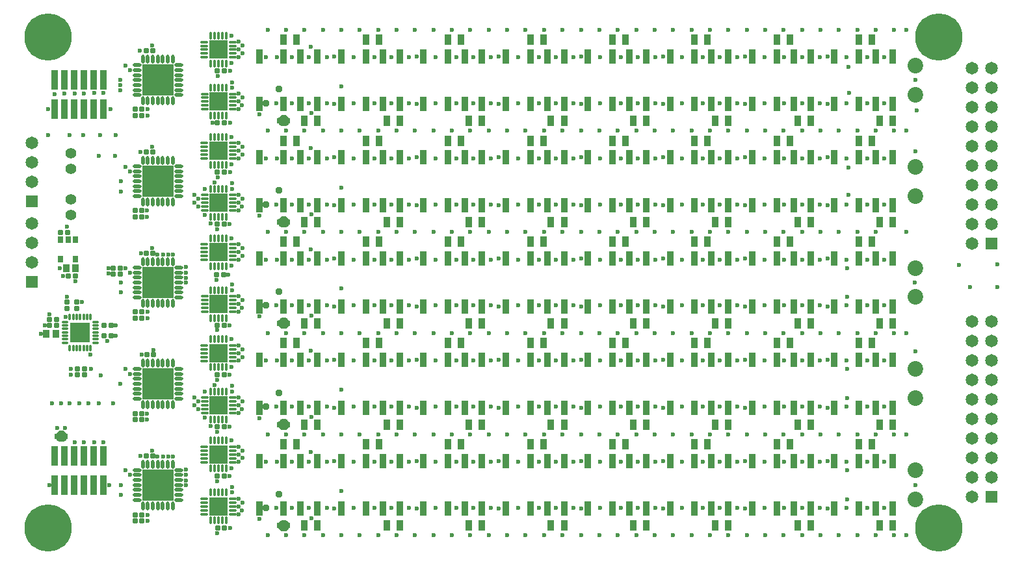
<source format=gts>
G04*
G04 #@! TF.GenerationSoftware,Altium Limited,Altium Designer,20.0.9 (164)*
G04*
G04 Layer_Color=8388736*
%FSLAX25Y25*%
%MOIN*%
G70*
G01*
G75*
%ADD33O,0.03543X0.01378*%
%ADD34O,0.01378X0.03543*%
%ADD35R,0.10433X0.10433*%
%ADD36R,0.03740X0.05709*%
%ADD37R,0.03091X0.03091*%
%ADD38R,0.03347X0.07284*%
%ADD39O,0.03937X0.01575*%
%ADD40O,0.01575X0.03937*%
%ADD41R,0.09646X0.09646*%
G04:AMPARAMS|DCode=42|XSize=26.38mil|YSize=27.95mil|CornerRadius=8.07mil|HoleSize=0mil|Usage=FLASHONLY|Rotation=180.000|XOffset=0mil|YOffset=0mil|HoleType=Round|Shape=RoundedRectangle|*
%AMROUNDEDRECTD42*
21,1,0.02638,0.01181,0,0,180.0*
21,1,0.01024,0.02795,0,0,180.0*
1,1,0.01614,-0.00512,0.00591*
1,1,0.01614,0.00512,0.00591*
1,1,0.01614,0.00512,-0.00591*
1,1,0.01614,-0.00512,-0.00591*
%
%ADD42ROUNDEDRECTD42*%
%ADD43R,0.16063X0.16063*%
%ADD44O,0.04528X0.01772*%
%ADD45O,0.01772X0.04528*%
G04:AMPARAMS|DCode=46|XSize=26.38mil|YSize=27.95mil|CornerRadius=8.07mil|HoleSize=0mil|Usage=FLASHONLY|Rotation=90.000|XOffset=0mil|YOffset=0mil|HoleType=Round|Shape=RoundedRectangle|*
%AMROUNDEDRECTD46*
21,1,0.02638,0.01181,0,0,90.0*
21,1,0.01024,0.02795,0,0,90.0*
1,1,0.01614,0.00591,0.00512*
1,1,0.01614,0.00591,-0.00512*
1,1,0.01614,-0.00591,-0.00512*
1,1,0.01614,-0.00591,0.00512*
%
%ADD46ROUNDEDRECTD46*%
%ADD47R,0.03583X0.10039*%
%ADD48R,0.02756X0.03740*%
%ADD49R,0.03425X0.04134*%
%ADD50R,0.03347X0.03937*%
%ADD51C,0.05591*%
%ADD52R,0.06496X0.06496*%
%ADD53C,0.06496*%
%ADD54C,0.07991*%
%ADD55C,0.02362*%
%ADD56C,0.03398*%
%ADD57C,0.24213*%
%ADD58C,0.03740*%
%ADD59C,0.02559*%
G36*
X133831Y80748D02*
X133842D01*
X133854Y80746D01*
X133865Y80745D01*
X133877Y80743D01*
X133888Y80741D01*
X133899Y80737D01*
X133911Y80734D01*
X133922Y80730D01*
X133932Y80726D01*
X134851Y80346D01*
X134862Y80340D01*
X134872Y80336D01*
X134882Y80330D01*
X134893Y80325D01*
X134902Y80318D01*
X134912Y80312D01*
X134921Y80304D01*
X134930Y80297D01*
X134939Y80289D01*
X134948Y80282D01*
X135651Y79578D01*
X135658Y79569D01*
X135667Y79561D01*
X135673Y79552D01*
X135681Y79543D01*
X135687Y79533D01*
X135694Y79524D01*
X135699Y79513D01*
X135705Y79503D01*
X135710Y79493D01*
X135715Y79482D01*
X136095Y78563D01*
X136099Y78552D01*
X136104Y78542D01*
X136106Y78530D01*
X136110Y78519D01*
X136112Y78508D01*
X136114Y78496D01*
X136115Y78485D01*
X136117Y78473D01*
Y78462D01*
X136118Y78450D01*
Y77953D01*
Y77456D01*
X136117Y77444D01*
Y77432D01*
X136115Y77421D01*
X136114Y77409D01*
X136112Y77398D01*
X136110Y77386D01*
X136106Y77375D01*
X136104Y77364D01*
X136099Y77353D01*
X136095Y77342D01*
X135715Y76423D01*
X135710Y76413D01*
X135705Y76402D01*
X135699Y76392D01*
X135694Y76382D01*
X135687Y76372D01*
X135681Y76363D01*
X135673Y76354D01*
X135667Y76344D01*
X135658Y76336D01*
X135651Y76327D01*
X134948Y75624D01*
X134939Y75616D01*
X134930Y75608D01*
X134921Y75601D01*
X134912Y75594D01*
X134902Y75588D01*
X134893Y75581D01*
X134882Y75576D01*
X134872Y75569D01*
X134862Y75565D01*
X134851Y75560D01*
X133932Y75179D01*
X133922Y75175D01*
X133911Y75171D01*
X133899Y75168D01*
X133888Y75165D01*
X133877Y75163D01*
X133865Y75160D01*
X133854Y75159D01*
X133842Y75157D01*
X133831D01*
X133819Y75157D01*
X133322D01*
X133276Y75160D01*
X133230Y75171D01*
X133187Y75189D01*
X133148Y75213D01*
X133112Y75243D01*
X133082Y75279D01*
X133071Y75297D01*
X133060Y75279D01*
X133029Y75243D01*
X132994Y75213D01*
X132954Y75189D01*
X132911Y75171D01*
X132866Y75160D01*
X132820Y75157D01*
X132323D01*
X132311Y75157D01*
X132299D01*
X132288Y75159D01*
X132276Y75160D01*
X132265Y75163D01*
X132253Y75165D01*
X132242Y75168D01*
X132231Y75171D01*
X132220Y75175D01*
X132209Y75179D01*
X131290Y75560D01*
X131280Y75565D01*
X131269Y75569D01*
X131259Y75576D01*
X131249Y75581D01*
X131240Y75588D01*
X131230Y75594D01*
X131221Y75601D01*
X131211Y75608D01*
X131203Y75616D01*
X131194Y75624D01*
X130491Y76327D01*
X130483Y76336D01*
X130475Y76344D01*
X130468Y76354D01*
X130461Y76363D01*
X130455Y76372D01*
X130448Y76382D01*
X130443Y76392D01*
X130437Y76402D01*
X130432Y76413D01*
X130427Y76423D01*
X130046Y77342D01*
X130043Y77353D01*
X130038Y77364D01*
X130035Y77375D01*
X130032Y77386D01*
X130030Y77398D01*
X130027Y77409D01*
X130026Y77421D01*
X130025Y77432D01*
Y77444D01*
X130024Y77456D01*
Y77953D01*
Y78450D01*
X130025Y78462D01*
Y78473D01*
X130026Y78485D01*
X130027Y78496D01*
X130030Y78508D01*
X130032Y78519D01*
X130035Y78530D01*
X130038Y78542D01*
X130043Y78552D01*
X130046Y78563D01*
X130427Y79482D01*
X130432Y79493D01*
X130437Y79503D01*
X130443Y79513D01*
X130448Y79524D01*
X130455Y79533D01*
X130461Y79543D01*
X130468Y79552D01*
X130475Y79561D01*
X130483Y79569D01*
X130491Y79578D01*
X131194Y80282D01*
X131203Y80289D01*
X131211Y80297D01*
X131221Y80304D01*
X131230Y80312D01*
X131240Y80318D01*
X131249Y80325D01*
X131259Y80330D01*
X131269Y80336D01*
X131280Y80340D01*
X131290Y80346D01*
X132209Y80726D01*
X132220Y80730D01*
X132231Y80734D01*
X132242Y80737D01*
X132253Y80741D01*
X132265Y80743D01*
X132276Y80745D01*
X132288Y80746D01*
X132299Y80748D01*
X132311D01*
X132323Y80749D01*
X132820D01*
X132866Y80745D01*
X132911Y80734D01*
X132954Y80717D01*
X132994Y80692D01*
X133029Y80662D01*
X133060Y80627D01*
X133071Y80608D01*
X133082Y80627D01*
X133112Y80662D01*
X133148Y80692D01*
X133187Y80717D01*
X133230Y80734D01*
X133276Y80745D01*
X133322Y80749D01*
X133819D01*
X133831Y80748D01*
D02*
G37*
G36*
X19854Y74646D02*
X19866D01*
X19877Y74644D01*
X19889Y74643D01*
X19900Y74640D01*
X19912Y74638D01*
X19923Y74635D01*
X19934Y74632D01*
X19945Y74628D01*
X19956Y74624D01*
X20875Y74243D01*
X20885Y74238D01*
X20896Y74234D01*
X20906Y74228D01*
X20916Y74222D01*
X20926Y74216D01*
X20936Y74209D01*
X20945Y74202D01*
X20954Y74195D01*
X20962Y74187D01*
X20971Y74179D01*
X21674Y73476D01*
X21682Y73467D01*
X21690Y73459D01*
X21697Y73449D01*
X21704Y73441D01*
X21711Y73431D01*
X21717Y73421D01*
X21723Y73411D01*
X21729Y73401D01*
X21733Y73390D01*
X21738Y73380D01*
X22119Y72461D01*
X22123Y72450D01*
X22127Y72439D01*
X22130Y72428D01*
X22133Y72417D01*
X22135Y72405D01*
X22138Y72394D01*
X22139Y72382D01*
X22141Y72371D01*
Y72359D01*
X22142Y72348D01*
Y71850D01*
Y71353D01*
X22141Y71341D01*
Y71330D01*
X22139Y71318D01*
X22138Y71307D01*
X22135Y71295D01*
X22133Y71284D01*
X22130Y71273D01*
X22127Y71262D01*
X22123Y71251D01*
X22119Y71240D01*
X21738Y70321D01*
X21733Y70311D01*
X21729Y70300D01*
X21723Y70290D01*
X21717Y70280D01*
X21711Y70270D01*
X21704Y70260D01*
X21697Y70251D01*
X21690Y70242D01*
X21682Y70234D01*
X21674Y70225D01*
X20971Y69522D01*
X20962Y69514D01*
X20954Y69506D01*
X20945Y69499D01*
X20936Y69491D01*
X20926Y69485D01*
X20916Y69478D01*
X20906Y69473D01*
X20896Y69467D01*
X20885Y69463D01*
X20875Y69457D01*
X19956Y69077D01*
X19945Y69073D01*
X19934Y69069D01*
X19923Y69066D01*
X19912Y69062D01*
X19900Y69061D01*
X19889Y69058D01*
X19877Y69057D01*
X19866Y69055D01*
X19854D01*
X19843Y69054D01*
X19345D01*
X19299Y69058D01*
X19254Y69069D01*
X19211Y69086D01*
X19171Y69111D01*
X19136Y69141D01*
X19106Y69176D01*
X19094Y69195D01*
X19083Y69176D01*
X19053Y69141D01*
X19018Y69111D01*
X18978Y69086D01*
X18935Y69069D01*
X18890Y69058D01*
X18844Y69054D01*
X18346D01*
X18335Y69055D01*
X18323D01*
X18311Y69057D01*
X18300Y69058D01*
X18289Y69061D01*
X18277Y69062D01*
X18266Y69066D01*
X18255Y69069D01*
X18244Y69073D01*
X18233Y69077D01*
X17314Y69457D01*
X17304Y69463D01*
X17293Y69467D01*
X17283Y69473D01*
X17273Y69478D01*
X17263Y69485D01*
X17253Y69491D01*
X17244Y69499D01*
X17235Y69506D01*
X17227Y69514D01*
X17218Y69522D01*
X16515Y70225D01*
X16507Y70234D01*
X16499Y70242D01*
X16492Y70251D01*
X16485Y70260D01*
X16478Y70270D01*
X16472Y70280D01*
X16466Y70290D01*
X16460Y70300D01*
X16456Y70311D01*
X16450Y70321D01*
X16070Y71240D01*
X16066Y71251D01*
X16062Y71262D01*
X16059Y71273D01*
X16056Y71284D01*
X16054Y71295D01*
X16051Y71307D01*
X16050Y71318D01*
X16048Y71330D01*
Y71341D01*
X16047Y71353D01*
Y71850D01*
Y72348D01*
X16048Y72359D01*
Y72371D01*
X16050Y72382D01*
X16051Y72394D01*
X16054Y72405D01*
X16056Y72417D01*
X16059Y72428D01*
X16062Y72439D01*
X16066Y72450D01*
X16070Y72461D01*
X16450Y73380D01*
X16456Y73390D01*
X16460Y73401D01*
X16466Y73411D01*
X16472Y73421D01*
X16478Y73431D01*
X16485Y73441D01*
X16492Y73449D01*
X16499Y73459D01*
X16507Y73467D01*
X16515Y73476D01*
X17218Y74179D01*
X17227Y74187D01*
X17235Y74195D01*
X17244Y74202D01*
X17253Y74209D01*
X17263Y74216D01*
X17273Y74222D01*
X17283Y74228D01*
X17293Y74234D01*
X17304Y74238D01*
X17314Y74243D01*
X18233Y74624D01*
X18244Y74628D01*
X18255Y74632D01*
X18266Y74635D01*
X18277Y74638D01*
X18289Y74640D01*
X18300Y74643D01*
X18312Y74644D01*
X18323Y74646D01*
X18335D01*
X18346Y74647D01*
X18844D01*
X18890Y74643D01*
X18935Y74632D01*
X18978Y74614D01*
X19018Y74590D01*
X19053Y74560D01*
X19083Y74524D01*
X19094Y74506D01*
X19106Y74524D01*
X19136Y74560D01*
X19171Y74590D01*
X19211Y74614D01*
X19254Y74632D01*
X19299Y74643D01*
X19345Y74647D01*
X19843D01*
X19854Y74646D01*
D02*
G37*
G36*
X133831Y28780D02*
X133842D01*
X133854Y28778D01*
X133865Y28777D01*
X133877Y28774D01*
X133888Y28772D01*
X133899Y28769D01*
X133911Y28766D01*
X133922Y28762D01*
X133932Y28758D01*
X134851Y28377D01*
X134862Y28372D01*
X134872Y28367D01*
X134882Y28361D01*
X134893Y28356D01*
X134902Y28349D01*
X134912Y28343D01*
X134921Y28336D01*
X134930Y28329D01*
X134939Y28321D01*
X134948Y28313D01*
X135651Y27610D01*
X135658Y27601D01*
X135667Y27593D01*
X135673Y27583D01*
X135681Y27575D01*
X135687Y27564D01*
X135694Y27555D01*
X135699Y27545D01*
X135705Y27535D01*
X135710Y27524D01*
X135715Y27514D01*
X136095Y26595D01*
X136099Y26584D01*
X136104Y26573D01*
X136106Y26562D01*
X136110Y26551D01*
X136112Y26539D01*
X136114Y26528D01*
X136115Y26516D01*
X136117Y26505D01*
Y26493D01*
X136118Y26482D01*
Y25984D01*
Y25487D01*
X136117Y25475D01*
Y25464D01*
X136115Y25452D01*
X136114Y25441D01*
X136112Y25429D01*
X136110Y25418D01*
X136106Y25407D01*
X136104Y25395D01*
X136099Y25385D01*
X136095Y25374D01*
X135715Y24455D01*
X135710Y24444D01*
X135705Y24434D01*
X135699Y24424D01*
X135694Y24413D01*
X135687Y24404D01*
X135681Y24394D01*
X135673Y24385D01*
X135667Y24376D01*
X135658Y24368D01*
X135651Y24359D01*
X134948Y23655D01*
X134939Y23648D01*
X134930Y23640D01*
X134921Y23633D01*
X134912Y23625D01*
X134902Y23619D01*
X134893Y23612D01*
X134882Y23607D01*
X134872Y23601D01*
X134862Y23596D01*
X134851Y23591D01*
X133932Y23211D01*
X133922Y23207D01*
X133911Y23203D01*
X133899Y23200D01*
X133888Y23196D01*
X133877Y23194D01*
X133865Y23192D01*
X133854Y23191D01*
X133842Y23189D01*
X133831D01*
X133819Y23188D01*
X133322D01*
X133276Y23192D01*
X133230Y23203D01*
X133187Y23220D01*
X133148Y23245D01*
X133112Y23275D01*
X133082Y23310D01*
X133071Y23329D01*
X133060Y23310D01*
X133029Y23275D01*
X132994Y23245D01*
X132954Y23220D01*
X132911Y23203D01*
X132866Y23192D01*
X132820Y23188D01*
X132323D01*
X132311Y23189D01*
X132299D01*
X132288Y23191D01*
X132276Y23192D01*
X132265Y23194D01*
X132253Y23196D01*
X132242Y23200D01*
X132231Y23203D01*
X132220Y23207D01*
X132209Y23211D01*
X131290Y23591D01*
X131280Y23596D01*
X131269Y23601D01*
X131259Y23607D01*
X131249Y23612D01*
X131240Y23619D01*
X131230Y23625D01*
X131221Y23633D01*
X131211Y23640D01*
X131203Y23648D01*
X131194Y23655D01*
X130491Y24359D01*
X130483Y24368D01*
X130475Y24376D01*
X130468Y24385D01*
X130461Y24394D01*
X130455Y24404D01*
X130448Y24413D01*
X130443Y24424D01*
X130437Y24434D01*
X130432Y24444D01*
X130427Y24455D01*
X130046Y25374D01*
X130043Y25385D01*
X130038Y25395D01*
X130035Y25407D01*
X130032Y25418D01*
X130030Y25429D01*
X130027Y25441D01*
X130026Y25452D01*
X130025Y25464D01*
Y25475D01*
X130024Y25487D01*
Y25984D01*
Y26482D01*
X130025Y26493D01*
Y26505D01*
X130026Y26516D01*
X130027Y26528D01*
X130030Y26539D01*
X130032Y26551D01*
X130035Y26562D01*
X130038Y26573D01*
X130043Y26584D01*
X130046Y26595D01*
X130427Y27514D01*
X130432Y27524D01*
X130437Y27535D01*
X130443Y27545D01*
X130448Y27555D01*
X130455Y27564D01*
X130461Y27575D01*
X130468Y27583D01*
X130475Y27593D01*
X130483Y27601D01*
X130491Y27610D01*
X131194Y28313D01*
X131203Y28321D01*
X131211Y28329D01*
X131221Y28336D01*
X131230Y28343D01*
X131240Y28349D01*
X131249Y28356D01*
X131259Y28361D01*
X131269Y28367D01*
X131280Y28372D01*
X131290Y28377D01*
X132209Y28758D01*
X132220Y28762D01*
X132231Y28766D01*
X132242Y28769D01*
X132253Y28772D01*
X132265Y28774D01*
X132276Y28777D01*
X132288Y28778D01*
X132299Y28780D01*
X132311D01*
X132323Y28780D01*
X132820D01*
X132866Y28777D01*
X132911Y28766D01*
X132954Y28748D01*
X132994Y28724D01*
X133029Y28694D01*
X133060Y28658D01*
X133071Y28640D01*
X133082Y28658D01*
X133112Y28694D01*
X133148Y28724D01*
X133187Y28748D01*
X133230Y28766D01*
X133276Y28777D01*
X133322Y28780D01*
X133819D01*
X133831Y28780D01*
D02*
G37*
G36*
Y236653D02*
X133842D01*
X133854Y236652D01*
X133865Y236651D01*
X133877Y236648D01*
X133888Y236646D01*
X133899Y236643D01*
X133911Y236640D01*
X133922Y236635D01*
X133932Y236632D01*
X134851Y236251D01*
X134862Y236246D01*
X134872Y236242D01*
X134882Y236235D01*
X134893Y236230D01*
X134902Y236223D01*
X134912Y236217D01*
X134921Y236210D01*
X134930Y236203D01*
X134939Y236195D01*
X134948Y236187D01*
X135651Y235484D01*
X135658Y235475D01*
X135667Y235467D01*
X135673Y235457D01*
X135681Y235449D01*
X135687Y235438D01*
X135694Y235429D01*
X135699Y235419D01*
X135705Y235409D01*
X135710Y235398D01*
X135715Y235388D01*
X136095Y234469D01*
X136099Y234458D01*
X136104Y234447D01*
X136106Y234436D01*
X136110Y234425D01*
X136112Y234413D01*
X136114Y234402D01*
X136115Y234390D01*
X136117Y234379D01*
Y234367D01*
X136118Y234355D01*
Y233858D01*
Y233361D01*
X136117Y233349D01*
Y233338D01*
X136115Y233326D01*
X136114Y233315D01*
X136112Y233303D01*
X136110Y233292D01*
X136106Y233281D01*
X136104Y233269D01*
X136099Y233259D01*
X136095Y233248D01*
X135715Y232329D01*
X135710Y232318D01*
X135705Y232308D01*
X135699Y232298D01*
X135694Y232287D01*
X135687Y232278D01*
X135681Y232268D01*
X135673Y232259D01*
X135667Y232250D01*
X135658Y232242D01*
X135651Y232233D01*
X134948Y231529D01*
X134939Y231522D01*
X134930Y231514D01*
X134921Y231507D01*
X134912Y231499D01*
X134902Y231493D01*
X134893Y231486D01*
X134882Y231481D01*
X134872Y231475D01*
X134862Y231470D01*
X134851Y231465D01*
X133932Y231085D01*
X133922Y231081D01*
X133911Y231077D01*
X133899Y231074D01*
X133888Y231070D01*
X133877Y231068D01*
X133865Y231066D01*
X133854Y231065D01*
X133842Y231063D01*
X133831D01*
X133819Y231062D01*
X133322D01*
X133276Y231066D01*
X133230Y231077D01*
X133187Y231094D01*
X133148Y231119D01*
X133112Y231149D01*
X133082Y231184D01*
X133071Y231203D01*
X133060Y231184D01*
X133029Y231149D01*
X132994Y231119D01*
X132954Y231094D01*
X132911Y231077D01*
X132866Y231066D01*
X132820Y231062D01*
X132323D01*
X132311Y231063D01*
X132299D01*
X132288Y231065D01*
X132276Y231066D01*
X132265Y231068D01*
X132253Y231070D01*
X132242Y231074D01*
X132231Y231077D01*
X132220Y231081D01*
X132209Y231085D01*
X131290Y231465D01*
X131280Y231470D01*
X131269Y231475D01*
X131259Y231481D01*
X131249Y231486D01*
X131240Y231493D01*
X131230Y231499D01*
X131221Y231507D01*
X131211Y231514D01*
X131203Y231522D01*
X131194Y231529D01*
X130491Y232233D01*
X130483Y232242D01*
X130475Y232250D01*
X130468Y232259D01*
X130461Y232268D01*
X130455Y232278D01*
X130448Y232287D01*
X130443Y232298D01*
X130437Y232308D01*
X130432Y232318D01*
X130427Y232329D01*
X130046Y233248D01*
X130043Y233259D01*
X130038Y233269D01*
X130035Y233281D01*
X130032Y233292D01*
X130030Y233303D01*
X130027Y233315D01*
X130026Y233326D01*
X130025Y233338D01*
Y233349D01*
X130024Y233361D01*
Y233858D01*
Y234355D01*
X130025Y234367D01*
Y234379D01*
X130026Y234390D01*
X130027Y234402D01*
X130030Y234413D01*
X130032Y234425D01*
X130035Y234436D01*
X130038Y234447D01*
X130043Y234458D01*
X130046Y234469D01*
X130427Y235388D01*
X130432Y235398D01*
X130437Y235409D01*
X130443Y235419D01*
X130448Y235429D01*
X130455Y235438D01*
X130461Y235449D01*
X130468Y235457D01*
X130475Y235467D01*
X130483Y235475D01*
X130491Y235484D01*
X131194Y236187D01*
X131203Y236195D01*
X131211Y236203D01*
X131221Y236210D01*
X131230Y236217D01*
X131240Y236223D01*
X131249Y236230D01*
X131259Y236235D01*
X131269Y236242D01*
X131280Y236246D01*
X131290Y236251D01*
X132209Y236632D01*
X132220Y236635D01*
X132231Y236640D01*
X132242Y236643D01*
X132253Y236646D01*
X132265Y236648D01*
X132276Y236651D01*
X132288Y236652D01*
X132299Y236653D01*
X132311D01*
X132323Y236654D01*
X132820D01*
X132866Y236651D01*
X132911Y236640D01*
X132954Y236622D01*
X132994Y236598D01*
X133029Y236568D01*
X133060Y236532D01*
X133071Y236514D01*
X133082Y236532D01*
X133112Y236568D01*
X133148Y236598D01*
X133187Y236622D01*
X133230Y236640D01*
X133276Y236651D01*
X133322Y236654D01*
X133819D01*
X133831Y236653D01*
D02*
G37*
G36*
X133831Y184685D02*
X133842D01*
X133854Y184683D01*
X133865Y184682D01*
X133877Y184680D01*
X133888Y184678D01*
X133899Y184674D01*
X133911Y184671D01*
X133922Y184667D01*
X133932Y184663D01*
X134851Y184283D01*
X134862Y184277D01*
X134872Y184273D01*
X134882Y184267D01*
X134893Y184262D01*
X134902Y184255D01*
X134912Y184249D01*
X134921Y184241D01*
X134930Y184234D01*
X134939Y184226D01*
X134948Y184219D01*
X135651Y183515D01*
X135658Y183506D01*
X135667Y183498D01*
X135673Y183489D01*
X135681Y183480D01*
X135687Y183470D01*
X135694Y183461D01*
X135699Y183450D01*
X135705Y183440D01*
X135710Y183430D01*
X135715Y183419D01*
X136095Y182500D01*
X136099Y182489D01*
X136104Y182479D01*
X136106Y182467D01*
X136110Y182456D01*
X136112Y182445D01*
X136114Y182433D01*
X136115Y182422D01*
X136117Y182410D01*
Y182399D01*
X136118Y182387D01*
Y181890D01*
Y181393D01*
X136117Y181381D01*
Y181369D01*
X136115Y181358D01*
X136114Y181346D01*
X136112Y181335D01*
X136110Y181323D01*
X136106Y181312D01*
X136104Y181301D01*
X136099Y181290D01*
X136095Y181279D01*
X135715Y180360D01*
X135710Y180350D01*
X135705Y180339D01*
X135699Y180329D01*
X135694Y180319D01*
X135687Y180309D01*
X135681Y180299D01*
X135673Y180291D01*
X135667Y180281D01*
X135658Y180273D01*
X135651Y180264D01*
X134948Y179561D01*
X134939Y179553D01*
X134930Y179545D01*
X134921Y179538D01*
X134912Y179531D01*
X134902Y179525D01*
X134893Y179518D01*
X134882Y179513D01*
X134872Y179507D01*
X134862Y179502D01*
X134851Y179497D01*
X133932Y179116D01*
X133922Y179113D01*
X133911Y179108D01*
X133899Y179105D01*
X133888Y179102D01*
X133877Y179100D01*
X133865Y179097D01*
X133854Y179096D01*
X133842Y179095D01*
X133831D01*
X133819Y179094D01*
X133322D01*
X133276Y179097D01*
X133230Y179108D01*
X133187Y179126D01*
X133148Y179150D01*
X133113Y179180D01*
X133082Y179216D01*
X133071Y179234D01*
X133060Y179216D01*
X133029Y179180D01*
X132994Y179150D01*
X132954Y179126D01*
X132911Y179108D01*
X132866Y179097D01*
X132820Y179094D01*
X132323D01*
X132311Y179095D01*
X132299D01*
X132288Y179096D01*
X132276Y179097D01*
X132265Y179100D01*
X132253Y179102D01*
X132242Y179105D01*
X132231Y179108D01*
X132220Y179113D01*
X132209Y179116D01*
X131290Y179497D01*
X131280Y179502D01*
X131269Y179507D01*
X131259Y179513D01*
X131249Y179518D01*
X131240Y179525D01*
X131230Y179531D01*
X131221Y179538D01*
X131211Y179545D01*
X131203Y179553D01*
X131194Y179561D01*
X130491Y180264D01*
X130483Y180273D01*
X130475Y180281D01*
X130468Y180291D01*
X130461Y180299D01*
X130455Y180309D01*
X130448Y180319D01*
X130443Y180329D01*
X130437Y180339D01*
X130432Y180350D01*
X130427Y180360D01*
X130046Y181279D01*
X130043Y181290D01*
X130038Y181301D01*
X130035Y181312D01*
X130032Y181323D01*
X130030Y181335D01*
X130027Y181346D01*
X130026Y181358D01*
X130025Y181369D01*
Y181381D01*
X130024Y181393D01*
Y181890D01*
Y182387D01*
X130025Y182399D01*
Y182410D01*
X130026Y182422D01*
X130027Y182433D01*
X130030Y182445D01*
X130032Y182456D01*
X130035Y182467D01*
X130038Y182479D01*
X130043Y182489D01*
X130046Y182500D01*
X130427Y183419D01*
X130432Y183430D01*
X130437Y183440D01*
X130443Y183450D01*
X130448Y183461D01*
X130455Y183470D01*
X130461Y183480D01*
X130468Y183489D01*
X130475Y183498D01*
X130483Y183506D01*
X130491Y183515D01*
X131194Y184219D01*
X131203Y184226D01*
X131211Y184234D01*
X131221Y184241D01*
X131230Y184249D01*
X131240Y184255D01*
X131249Y184262D01*
X131259Y184267D01*
X131269Y184273D01*
X131280Y184277D01*
X131290Y184283D01*
X132209Y184663D01*
X132220Y184667D01*
X132231Y184671D01*
X132242Y184674D01*
X132253Y184678D01*
X132265Y184680D01*
X132276Y184682D01*
X132288Y184683D01*
X132299Y184685D01*
X132311D01*
X132323Y184686D01*
X132820D01*
X132866Y184682D01*
X132911Y184671D01*
X132954Y184654D01*
X132994Y184629D01*
X133029Y184599D01*
X133060Y184564D01*
X133071Y184545D01*
X133082Y184564D01*
X133113Y184599D01*
X133148Y184629D01*
X133187Y184654D01*
X133230Y184671D01*
X133276Y184682D01*
X133322Y184686D01*
X133819D01*
X133831Y184685D01*
D02*
G37*
G36*
X133831Y132717D02*
X133842D01*
X133854Y132715D01*
X133865Y132714D01*
X133877Y132711D01*
X133888Y132709D01*
X133899Y132706D01*
X133911Y132703D01*
X133922Y132699D01*
X133932Y132695D01*
X134851Y132314D01*
X134862Y132309D01*
X134872Y132305D01*
X134882Y132299D01*
X134893Y132293D01*
X134902Y132286D01*
X134912Y132280D01*
X134921Y132273D01*
X134930Y132266D01*
X134939Y132258D01*
X134948Y132250D01*
X135651Y131547D01*
X135658Y131538D01*
X135667Y131530D01*
X135673Y131520D01*
X135681Y131511D01*
X135687Y131501D01*
X135694Y131492D01*
X135699Y131482D01*
X135705Y131472D01*
X135710Y131461D01*
X135715Y131451D01*
X136095Y130532D01*
X136099Y130521D01*
X136104Y130510D01*
X136106Y130499D01*
X136110Y130488D01*
X136112Y130476D01*
X136114Y130465D01*
X136115Y130453D01*
X136117Y130442D01*
Y130430D01*
X136118Y130419D01*
Y129921D01*
Y129424D01*
X136117Y129412D01*
Y129401D01*
X136115Y129389D01*
X136114Y129378D01*
X136112Y129366D01*
X136110Y129355D01*
X136106Y129344D01*
X136104Y129332D01*
X136099Y129322D01*
X136095Y129311D01*
X135715Y128392D01*
X135710Y128381D01*
X135705Y128371D01*
X135699Y128361D01*
X135694Y128350D01*
X135687Y128341D01*
X135681Y128331D01*
X135673Y128322D01*
X135667Y128313D01*
X135658Y128305D01*
X135651Y128296D01*
X134948Y127592D01*
X134939Y127585D01*
X134930Y127577D01*
X134921Y127570D01*
X134912Y127562D01*
X134902Y127556D01*
X134893Y127549D01*
X134882Y127544D01*
X134872Y127538D01*
X134862Y127533D01*
X134851Y127528D01*
X133932Y127148D01*
X133922Y127144D01*
X133911Y127140D01*
X133899Y127137D01*
X133888Y127133D01*
X133877Y127131D01*
X133865Y127129D01*
X133854Y127128D01*
X133842Y127126D01*
X133831D01*
X133819Y127125D01*
X133322D01*
X133276Y127129D01*
X133230Y127140D01*
X133187Y127157D01*
X133148Y127182D01*
X133112Y127212D01*
X133082Y127247D01*
X133071Y127266D01*
X133060Y127247D01*
X133029Y127212D01*
X132994Y127182D01*
X132954Y127157D01*
X132911Y127140D01*
X132866Y127129D01*
X132820Y127125D01*
X132323D01*
X132311Y127126D01*
X132299D01*
X132288Y127128D01*
X132276Y127129D01*
X132265Y127131D01*
X132253Y127133D01*
X132242Y127137D01*
X132231Y127140D01*
X132220Y127144D01*
X132209Y127148D01*
X131290Y127528D01*
X131280Y127533D01*
X131269Y127538D01*
X131259Y127544D01*
X131249Y127549D01*
X131240Y127556D01*
X131230Y127562D01*
X131221Y127570D01*
X131211Y127577D01*
X131203Y127585D01*
X131194Y127592D01*
X130491Y128296D01*
X130483Y128305D01*
X130475Y128313D01*
X130468Y128322D01*
X130461Y128331D01*
X130455Y128341D01*
X130448Y128350D01*
X130443Y128361D01*
X130437Y128371D01*
X130432Y128382D01*
X130427Y128392D01*
X130046Y129311D01*
X130043Y129322D01*
X130038Y129332D01*
X130035Y129344D01*
X130032Y129355D01*
X130030Y129366D01*
X130027Y129378D01*
X130026Y129389D01*
X130025Y129401D01*
Y129412D01*
X130024Y129424D01*
Y129921D01*
Y130419D01*
X130025Y130430D01*
Y130442D01*
X130026Y130453D01*
X130027Y130465D01*
X130030Y130476D01*
X130032Y130488D01*
X130035Y130499D01*
X130038Y130510D01*
X130043Y130521D01*
X130046Y130532D01*
X130427Y131451D01*
X130432Y131461D01*
X130437Y131472D01*
X130443Y131482D01*
X130448Y131492D01*
X130455Y131501D01*
X130461Y131511D01*
X130468Y131520D01*
X130475Y131530D01*
X130483Y131538D01*
X130491Y131547D01*
X131194Y132250D01*
X131203Y132258D01*
X131211Y132266D01*
X131221Y132273D01*
X131230Y132280D01*
X131240Y132286D01*
X131249Y132293D01*
X131259Y132299D01*
X131269Y132305D01*
X131280Y132309D01*
X131290Y132314D01*
X132209Y132695D01*
X132220Y132699D01*
X132231Y132703D01*
X132242Y132706D01*
X132253Y132709D01*
X132265Y132711D01*
X132276Y132714D01*
X132288Y132715D01*
X132299Y132717D01*
X132311D01*
X132323Y132718D01*
X132820D01*
X132866Y132714D01*
X132911Y132703D01*
X132954Y132685D01*
X132994Y132661D01*
X133029Y132631D01*
X133060Y132595D01*
X133071Y132577D01*
X133082Y132595D01*
X133112Y132631D01*
X133148Y132661D01*
X133187Y132685D01*
X133230Y132703D01*
X133276Y132714D01*
X133322Y132718D01*
X133819D01*
X133831Y132717D01*
D02*
G37*
D33*
X36713Y119882D02*
D03*
Y121653D02*
D03*
Y123425D02*
D03*
X36713Y125197D02*
D03*
X36713Y126969D02*
D03*
Y128740D02*
D03*
Y130512D02*
D03*
X20768D02*
D03*
Y128740D02*
D03*
Y126969D02*
D03*
X20768Y125197D02*
D03*
X20768Y123425D02*
D03*
Y121653D02*
D03*
Y119882D02*
D03*
D34*
X34055Y133169D02*
D03*
X32283D02*
D03*
X30512D02*
D03*
X28740Y133169D02*
D03*
X26969Y133169D02*
D03*
X25197D02*
D03*
X23425D02*
D03*
Y117224D02*
D03*
X25197D02*
D03*
X26969D02*
D03*
X28740Y117224D02*
D03*
X30512Y117224D02*
D03*
X32283D02*
D03*
X34055D02*
D03*
D35*
X28740Y125197D02*
D03*
D36*
X143701Y233858D02*
D03*
X150394D02*
D03*
X185827D02*
D03*
X192520D02*
D03*
X227953D02*
D03*
X234646D02*
D03*
X270079D02*
D03*
X276772D02*
D03*
X312205D02*
D03*
X318898D02*
D03*
X354331D02*
D03*
X361024D02*
D03*
X396457D02*
D03*
X403150D02*
D03*
X438583D02*
D03*
X445276D02*
D03*
X133071Y275590D02*
D03*
X139764D02*
D03*
X175197D02*
D03*
X181890D02*
D03*
X217323D02*
D03*
X224016D02*
D03*
X259449D02*
D03*
X266142D02*
D03*
X301575D02*
D03*
X308268D02*
D03*
X343701D02*
D03*
X350394D02*
D03*
X385827D02*
D03*
X392520D02*
D03*
X427953D02*
D03*
X434646D02*
D03*
X143701Y181890D02*
D03*
X150394D02*
D03*
X185827D02*
D03*
X192520D02*
D03*
X227953D02*
D03*
X234646D02*
D03*
X270079D02*
D03*
X276772D02*
D03*
X312205D02*
D03*
X318898D02*
D03*
X354331D02*
D03*
X361024D02*
D03*
X396457D02*
D03*
X403150D02*
D03*
X438583D02*
D03*
X445276D02*
D03*
X133071Y223622D02*
D03*
X139764D02*
D03*
X175197D02*
D03*
X181890D02*
D03*
X217323D02*
D03*
X224016D02*
D03*
X259449D02*
D03*
X266142D02*
D03*
X301575D02*
D03*
X308268D02*
D03*
X343701D02*
D03*
X350394D02*
D03*
X385827D02*
D03*
X392520D02*
D03*
X427953D02*
D03*
X434646D02*
D03*
X143701Y129921D02*
D03*
X150394D02*
D03*
X185827D02*
D03*
X192520D02*
D03*
X227953D02*
D03*
X234646D02*
D03*
X270079D02*
D03*
X276772D02*
D03*
X312205D02*
D03*
X318898D02*
D03*
X354331D02*
D03*
X361024D02*
D03*
X396457D02*
D03*
X403150D02*
D03*
X438583D02*
D03*
X445276D02*
D03*
X133071Y171653D02*
D03*
X139764D02*
D03*
X175197D02*
D03*
X181890D02*
D03*
X217323D02*
D03*
X224016D02*
D03*
X259449D02*
D03*
X266142D02*
D03*
X301575D02*
D03*
X308268D02*
D03*
X343701D02*
D03*
X350394D02*
D03*
X385827D02*
D03*
X392520D02*
D03*
X427953D02*
D03*
X434646D02*
D03*
X143701Y77953D02*
D03*
X150394D02*
D03*
X185827D02*
D03*
X192520D02*
D03*
X227953D02*
D03*
X234646D02*
D03*
X270079D02*
D03*
X276772D02*
D03*
X312205D02*
D03*
X318898D02*
D03*
X354331D02*
D03*
X361024D02*
D03*
X396457D02*
D03*
X403150D02*
D03*
X438583D02*
D03*
X445276D02*
D03*
X133071Y119685D02*
D03*
X139764D02*
D03*
X175197D02*
D03*
X181890D02*
D03*
X217323D02*
D03*
X224016D02*
D03*
X259449D02*
D03*
X266142D02*
D03*
X301575D02*
D03*
X308268D02*
D03*
X343701D02*
D03*
X350394D02*
D03*
X385827D02*
D03*
X392520D02*
D03*
X427953D02*
D03*
X434646D02*
D03*
X143701Y25984D02*
D03*
X150394D02*
D03*
X185827D02*
D03*
X192520D02*
D03*
X227953D02*
D03*
X234646D02*
D03*
X270079D02*
D03*
X276772D02*
D03*
X312205D02*
D03*
X318898D02*
D03*
X354331D02*
D03*
X361024D02*
D03*
X396457D02*
D03*
X403150D02*
D03*
X438583D02*
D03*
X445276D02*
D03*
X133071Y67716D02*
D03*
X139764D02*
D03*
X175197D02*
D03*
X181890D02*
D03*
X217323D02*
D03*
X224016D02*
D03*
X259449D02*
D03*
X266142D02*
D03*
X301575D02*
D03*
X308268D02*
D03*
X343701D02*
D03*
X350394D02*
D03*
X385827D02*
D03*
X392520D02*
D03*
X427953D02*
D03*
X434646D02*
D03*
D37*
X135071Y233858D02*
D03*
X131071D02*
D03*
X135071Y181890D02*
D03*
X131071D02*
D03*
X135071Y129921D02*
D03*
X131071D02*
D03*
X135071Y77953D02*
D03*
X131071D02*
D03*
X135071Y25984D02*
D03*
X131071D02*
D03*
X17095Y71850D02*
D03*
X21094D02*
D03*
D38*
X120472Y242520D02*
D03*
X133071D02*
D03*
X141732D02*
D03*
X150394D02*
D03*
Y266929D02*
D03*
X141732D02*
D03*
X133071D02*
D03*
X120472D02*
D03*
X162598Y242520D02*
D03*
X175197D02*
D03*
X183858D02*
D03*
X192520D02*
D03*
Y266929D02*
D03*
X183858D02*
D03*
X175197D02*
D03*
X162598D02*
D03*
X204724Y242520D02*
D03*
X217323D02*
D03*
X225984D02*
D03*
X234646D02*
D03*
Y266929D02*
D03*
X225984D02*
D03*
X217323D02*
D03*
X204724D02*
D03*
X246850Y242520D02*
D03*
X259449D02*
D03*
X268110D02*
D03*
X276772D02*
D03*
Y266929D02*
D03*
X268110D02*
D03*
X259449D02*
D03*
X246850D02*
D03*
X288976Y242520D02*
D03*
X301575D02*
D03*
X310236D02*
D03*
X318898D02*
D03*
Y266929D02*
D03*
X310236D02*
D03*
X301575D02*
D03*
X288976D02*
D03*
X331102Y242520D02*
D03*
X343701D02*
D03*
X352362D02*
D03*
X361024D02*
D03*
Y266929D02*
D03*
X352362D02*
D03*
X343701D02*
D03*
X331102D02*
D03*
X373228Y242520D02*
D03*
X385827D02*
D03*
X394488D02*
D03*
X403150D02*
D03*
Y266929D02*
D03*
X394488D02*
D03*
X385827D02*
D03*
X373228D02*
D03*
X415354Y242520D02*
D03*
X427953D02*
D03*
X436614D02*
D03*
X445276D02*
D03*
Y266929D02*
D03*
X436614D02*
D03*
X427953D02*
D03*
X415354D02*
D03*
X120473Y190551D02*
D03*
X133071D02*
D03*
X141732D02*
D03*
X150394D02*
D03*
Y214961D02*
D03*
X141732D02*
D03*
X133071D02*
D03*
X120473D02*
D03*
X162599Y190551D02*
D03*
X175197D02*
D03*
X183858D02*
D03*
X192520D02*
D03*
Y214961D02*
D03*
X183858D02*
D03*
X175197D02*
D03*
X162599D02*
D03*
X204724Y190551D02*
D03*
X217323D02*
D03*
X225984D02*
D03*
X234646D02*
D03*
Y214961D02*
D03*
X225984D02*
D03*
X217323D02*
D03*
X204724D02*
D03*
X246850Y190551D02*
D03*
X259449D02*
D03*
X268110D02*
D03*
X276772D02*
D03*
Y214961D02*
D03*
X268110D02*
D03*
X259449D02*
D03*
X246850D02*
D03*
X288976Y190551D02*
D03*
X301575D02*
D03*
X310236D02*
D03*
X318898D02*
D03*
Y214961D02*
D03*
X310236D02*
D03*
X301575D02*
D03*
X288976D02*
D03*
X331102Y190551D02*
D03*
X343701D02*
D03*
X352362D02*
D03*
X361024D02*
D03*
Y214961D02*
D03*
X352362D02*
D03*
X343701D02*
D03*
X331102D02*
D03*
X373228Y190551D02*
D03*
X385827D02*
D03*
X394488D02*
D03*
X403150D02*
D03*
Y214961D02*
D03*
X394488D02*
D03*
X385827D02*
D03*
X373228D02*
D03*
X415354Y190551D02*
D03*
X427953D02*
D03*
X436614D02*
D03*
X445276D02*
D03*
Y214961D02*
D03*
X436614D02*
D03*
X427953D02*
D03*
X415354D02*
D03*
X120472Y138583D02*
D03*
X133071D02*
D03*
X141732D02*
D03*
X150394D02*
D03*
Y162992D02*
D03*
X141732D02*
D03*
X133071D02*
D03*
X120472D02*
D03*
X162598Y138583D02*
D03*
X175197D02*
D03*
X183858D02*
D03*
X192520D02*
D03*
Y162992D02*
D03*
X183858D02*
D03*
X175197D02*
D03*
X162598D02*
D03*
X204724Y138583D02*
D03*
X217323D02*
D03*
X225984D02*
D03*
X234646D02*
D03*
Y162992D02*
D03*
X225984D02*
D03*
X217323D02*
D03*
X204724D02*
D03*
X246850Y138583D02*
D03*
X259449D02*
D03*
X268110D02*
D03*
X276772D02*
D03*
Y162992D02*
D03*
X268110D02*
D03*
X259449D02*
D03*
X246850D02*
D03*
X288976Y138583D02*
D03*
X301575D02*
D03*
X310236D02*
D03*
X318898D02*
D03*
Y162992D02*
D03*
X310236D02*
D03*
X301575D02*
D03*
X288976D02*
D03*
X331102Y138583D02*
D03*
X343701D02*
D03*
X352362D02*
D03*
X361024D02*
D03*
Y162992D02*
D03*
X352362D02*
D03*
X343701D02*
D03*
X331102D02*
D03*
X373228Y138583D02*
D03*
X385827D02*
D03*
X394488D02*
D03*
X403150D02*
D03*
Y162992D02*
D03*
X394488D02*
D03*
X385827D02*
D03*
X373228D02*
D03*
X415354Y138583D02*
D03*
X427953D02*
D03*
X436614D02*
D03*
X445276D02*
D03*
Y162992D02*
D03*
X436614D02*
D03*
X427953D02*
D03*
X415354D02*
D03*
X120472Y86614D02*
D03*
X133071D02*
D03*
X141732D02*
D03*
X150394D02*
D03*
Y111024D02*
D03*
X141732D02*
D03*
X133071D02*
D03*
X120472D02*
D03*
X162598Y86614D02*
D03*
X175197D02*
D03*
X183858D02*
D03*
X192520D02*
D03*
Y111024D02*
D03*
X183858D02*
D03*
X175197D02*
D03*
X162598D02*
D03*
X204724Y86614D02*
D03*
X217323D02*
D03*
X225984D02*
D03*
X234646D02*
D03*
Y111024D02*
D03*
X225984D02*
D03*
X217323D02*
D03*
X204724D02*
D03*
X246850Y86614D02*
D03*
X259449D02*
D03*
X268110D02*
D03*
X276772D02*
D03*
Y111024D02*
D03*
X268110D02*
D03*
X259449D02*
D03*
X246850D02*
D03*
X288976Y86614D02*
D03*
X301575D02*
D03*
X310236D02*
D03*
X318898D02*
D03*
Y111024D02*
D03*
X310236D02*
D03*
X301575D02*
D03*
X288976D02*
D03*
X331102Y86614D02*
D03*
X343701D02*
D03*
X352362D02*
D03*
X361024D02*
D03*
Y111024D02*
D03*
X352362D02*
D03*
X343701D02*
D03*
X331102D02*
D03*
X373228Y86614D02*
D03*
X385827D02*
D03*
X394488D02*
D03*
X403150D02*
D03*
Y111024D02*
D03*
X394488D02*
D03*
X385827D02*
D03*
X373228D02*
D03*
X415354Y86614D02*
D03*
X427953D02*
D03*
X436614D02*
D03*
X445276D02*
D03*
Y111024D02*
D03*
X436614D02*
D03*
X427953D02*
D03*
X415354D02*
D03*
X120472Y34646D02*
D03*
X133071D02*
D03*
X141732D02*
D03*
X150394D02*
D03*
Y59055D02*
D03*
X141732D02*
D03*
X133071D02*
D03*
X120472D02*
D03*
X162598Y34646D02*
D03*
X175197D02*
D03*
X183858D02*
D03*
X192520D02*
D03*
Y59055D02*
D03*
X183858D02*
D03*
X175197D02*
D03*
X162598D02*
D03*
X204724Y34646D02*
D03*
X217323D02*
D03*
X225984D02*
D03*
X234646D02*
D03*
Y59055D02*
D03*
X225984D02*
D03*
X217323D02*
D03*
X204724D02*
D03*
X246850Y34646D02*
D03*
X259449D02*
D03*
X268110D02*
D03*
X276772D02*
D03*
Y59055D02*
D03*
X268110D02*
D03*
X259449D02*
D03*
X246850D02*
D03*
X288976Y34646D02*
D03*
X301575D02*
D03*
X310236D02*
D03*
X318898D02*
D03*
Y59055D02*
D03*
X310236D02*
D03*
X301575D02*
D03*
X288976D02*
D03*
X331102Y34646D02*
D03*
X343701D02*
D03*
X352362D02*
D03*
X361024D02*
D03*
Y59055D02*
D03*
X352362D02*
D03*
X343701D02*
D03*
X331102D02*
D03*
X373228Y34646D02*
D03*
X385827D02*
D03*
X394488D02*
D03*
X403150D02*
D03*
Y59055D02*
D03*
X394488D02*
D03*
X385827D02*
D03*
X373228D02*
D03*
X415354Y34646D02*
D03*
X427953D02*
D03*
X436614D02*
D03*
X445276D02*
D03*
Y59055D02*
D03*
X436614D02*
D03*
X427953D02*
D03*
X415354D02*
D03*
D39*
X92421Y66437D02*
D03*
Y64468D02*
D03*
Y62500D02*
D03*
Y60532D02*
D03*
Y58563D02*
D03*
X106791D02*
D03*
Y60532D02*
D03*
Y62500D02*
D03*
Y64468D02*
D03*
Y66437D02*
D03*
X92421Y118415D02*
D03*
Y116446D02*
D03*
Y114478D02*
D03*
Y112509D02*
D03*
Y110541D02*
D03*
X106791D02*
D03*
Y112509D02*
D03*
Y114478D02*
D03*
Y116446D02*
D03*
Y118415D02*
D03*
X92421Y170348D02*
D03*
Y168379D02*
D03*
Y166411D02*
D03*
Y164442D02*
D03*
Y162474D02*
D03*
X106791D02*
D03*
Y164442D02*
D03*
Y166411D02*
D03*
Y168379D02*
D03*
Y170348D02*
D03*
X92421Y222323D02*
D03*
Y220354D02*
D03*
Y218386D02*
D03*
Y216417D02*
D03*
Y214449D02*
D03*
X106791D02*
D03*
Y216417D02*
D03*
Y218386D02*
D03*
Y220354D02*
D03*
Y222323D02*
D03*
X92421Y274250D02*
D03*
Y272281D02*
D03*
Y270313D02*
D03*
Y268344D02*
D03*
Y266376D02*
D03*
X106791D02*
D03*
Y268344D02*
D03*
Y270313D02*
D03*
Y272281D02*
D03*
Y274250D02*
D03*
X92457Y247592D02*
D03*
Y245623D02*
D03*
Y243655D02*
D03*
Y241686D02*
D03*
Y239718D02*
D03*
X106827D02*
D03*
Y241686D02*
D03*
Y243655D02*
D03*
Y245623D02*
D03*
Y247592D02*
D03*
X92457Y195623D02*
D03*
Y193655D02*
D03*
Y191686D02*
D03*
Y189718D02*
D03*
Y187749D02*
D03*
X106827D02*
D03*
Y189718D02*
D03*
Y191686D02*
D03*
Y193655D02*
D03*
Y195623D02*
D03*
X92457Y143655D02*
D03*
X92457Y141686D02*
D03*
Y139718D02*
D03*
Y137749D02*
D03*
X92457Y135781D02*
D03*
X106827D02*
D03*
Y137749D02*
D03*
Y139718D02*
D03*
Y141686D02*
D03*
Y143655D02*
D03*
X92457Y91686D02*
D03*
Y89718D02*
D03*
Y87749D02*
D03*
Y85781D02*
D03*
Y83812D02*
D03*
X106827D02*
D03*
Y85781D02*
D03*
Y87749D02*
D03*
Y89718D02*
D03*
Y91686D02*
D03*
X92421Y39764D02*
D03*
Y37795D02*
D03*
Y35827D02*
D03*
Y33858D02*
D03*
Y31890D02*
D03*
X106791D02*
D03*
X106791Y33858D02*
D03*
Y35827D02*
D03*
Y37795D02*
D03*
X106791Y39764D02*
D03*
D40*
X95669Y55315D02*
D03*
X97638D02*
D03*
X99606D02*
D03*
X101575D02*
D03*
X103543D02*
D03*
Y69685D02*
D03*
X101575D02*
D03*
X99606D02*
D03*
X97638D02*
D03*
X95669D02*
D03*
Y107293D02*
D03*
X97638D02*
D03*
X99606D02*
D03*
X101575D02*
D03*
X103543D02*
D03*
Y121663D02*
D03*
X101575D02*
D03*
X99606D02*
D03*
X97638D02*
D03*
X95669D02*
D03*
Y159226D02*
D03*
X97638D02*
D03*
X99606D02*
D03*
X101575D02*
D03*
X103543D02*
D03*
Y173596D02*
D03*
X101575D02*
D03*
X99606D02*
D03*
X97638D02*
D03*
X95669D02*
D03*
X95669Y211201D02*
D03*
X97638D02*
D03*
X99606D02*
D03*
X101575D02*
D03*
X103543D02*
D03*
Y225571D02*
D03*
X101575D02*
D03*
X99606D02*
D03*
X97638D02*
D03*
X95669D02*
D03*
X95669Y263128D02*
D03*
X97638D02*
D03*
X99606D02*
D03*
X101575D02*
D03*
X103543D02*
D03*
Y277498D02*
D03*
X101575D02*
D03*
X99606D02*
D03*
X97638D02*
D03*
X95669D02*
D03*
X95705Y236470D02*
D03*
X97673D02*
D03*
X99642D02*
D03*
X101610D02*
D03*
X103579D02*
D03*
Y250840D02*
D03*
X101610D02*
D03*
X99642D02*
D03*
X97673D02*
D03*
X95705D02*
D03*
Y184501D02*
D03*
X97673D02*
D03*
X99642D02*
D03*
X101610D02*
D03*
X103579D02*
D03*
Y198871D02*
D03*
X101610D02*
D03*
X99642D02*
D03*
X97673D02*
D03*
X95705D02*
D03*
Y132533D02*
D03*
X97673D02*
D03*
X99642D02*
D03*
X101610D02*
D03*
X103579D02*
D03*
Y146903D02*
D03*
X101610D02*
D03*
X99642D02*
D03*
X97673D02*
D03*
X95705D02*
D03*
Y80564D02*
D03*
X97673D02*
D03*
X99642D02*
D03*
X101610D02*
D03*
X103579D02*
D03*
Y94934D02*
D03*
X101610D02*
D03*
X99642D02*
D03*
X97673D02*
D03*
X95705D02*
D03*
X95669Y28642D02*
D03*
X97638D02*
D03*
X99606Y28642D02*
D03*
X101575D02*
D03*
X103543Y28642D02*
D03*
Y43012D02*
D03*
X101575D02*
D03*
X99606D02*
D03*
X97638D02*
D03*
X95669D02*
D03*
D41*
X99606Y62500D02*
D03*
Y114478D02*
D03*
Y166411D02*
D03*
X99606Y218386D02*
D03*
X99606Y270313D02*
D03*
X99642Y243655D02*
D03*
Y191686D02*
D03*
Y139718D02*
D03*
Y87749D02*
D03*
X99606Y35827D02*
D03*
D42*
X62835Y113779D02*
D03*
X66299D02*
D03*
X60394Y80315D02*
D03*
X56929D02*
D03*
X60394Y83465D02*
D03*
X56929Y83465D02*
D03*
X102520Y103543D02*
D03*
X99055D02*
D03*
X102520Y51575D02*
D03*
X99055D02*
D03*
X62441Y165748D02*
D03*
X65905D02*
D03*
X60319Y184491D02*
D03*
X56854D02*
D03*
X60319Y187640D02*
D03*
X56854D02*
D03*
X102520Y180709D02*
D03*
X99055D02*
D03*
X102520Y259449D02*
D03*
X99055D02*
D03*
X62441Y217717D02*
D03*
X65905D02*
D03*
X60394Y236614D02*
D03*
X56929D02*
D03*
X60394Y239764D02*
D03*
X56929D02*
D03*
X102520Y76772D02*
D03*
X99055D02*
D03*
X102520Y232677D02*
D03*
X99055D02*
D03*
X62441Y269685D02*
D03*
X65905D02*
D03*
X60394Y132480D02*
D03*
X56929D02*
D03*
X60394Y135630D02*
D03*
X56929D02*
D03*
X102126Y154724D02*
D03*
X98661D02*
D03*
X13032Y131890D02*
D03*
X16496D02*
D03*
X44449Y128740D02*
D03*
X40984D02*
D03*
X102520D02*
D03*
X99055D02*
D03*
X62441Y61811D02*
D03*
X65905D02*
D03*
X60394Y28346D02*
D03*
X56929D02*
D03*
X60394Y31496D02*
D03*
X56929Y31496D02*
D03*
X102520Y207480D02*
D03*
X99055D02*
D03*
X45709Y158268D02*
D03*
X49173D02*
D03*
X45709Y155118D02*
D03*
X49173D02*
D03*
X27402Y103347D02*
D03*
X30866D02*
D03*
X27402Y106299D02*
D03*
X30866Y106299D02*
D03*
X26142Y154134D02*
D03*
X22677D02*
D03*
X18740Y176378D02*
D03*
X22205D02*
D03*
X16496Y128740D02*
D03*
X13032D02*
D03*
X40984Y123425D02*
D03*
X44449D02*
D03*
X102624Y24810D02*
D03*
X99159D02*
D03*
D43*
X68504Y98819D02*
D03*
Y202756D02*
D03*
Y254724D02*
D03*
Y150787D02*
D03*
Y46850D02*
D03*
D44*
X79232Y106496D02*
D03*
Y103937D02*
D03*
Y101378D02*
D03*
Y98819D02*
D03*
Y96260D02*
D03*
Y93701D02*
D03*
Y91142D02*
D03*
X57776D02*
D03*
Y93701D02*
D03*
Y96260D02*
D03*
Y98819D02*
D03*
Y101378D02*
D03*
Y103937D02*
D03*
Y106496D02*
D03*
X79232Y210433D02*
D03*
Y207874D02*
D03*
Y205315D02*
D03*
Y202756D02*
D03*
Y200197D02*
D03*
Y197638D02*
D03*
Y195079D02*
D03*
X57776D02*
D03*
Y197638D02*
D03*
Y200197D02*
D03*
Y202756D02*
D03*
Y205315D02*
D03*
Y207874D02*
D03*
Y210433D02*
D03*
X79232Y262402D02*
D03*
Y259842D02*
D03*
Y257283D02*
D03*
Y254724D02*
D03*
Y252165D02*
D03*
Y249606D02*
D03*
Y247047D02*
D03*
X57776D02*
D03*
Y249606D02*
D03*
Y252165D02*
D03*
Y254724D02*
D03*
Y257283D02*
D03*
Y259842D02*
D03*
Y262402D02*
D03*
X79232Y158465D02*
D03*
Y155905D02*
D03*
Y153347D02*
D03*
Y150787D02*
D03*
Y148228D02*
D03*
Y145669D02*
D03*
Y143110D02*
D03*
X57776D02*
D03*
Y145669D02*
D03*
Y148228D02*
D03*
Y150787D02*
D03*
Y153347D02*
D03*
Y155905D02*
D03*
Y158465D02*
D03*
X79232Y54528D02*
D03*
Y51968D02*
D03*
Y49409D02*
D03*
Y46850D02*
D03*
Y44291D02*
D03*
Y41732D02*
D03*
Y39173D02*
D03*
X57776D02*
D03*
Y41732D02*
D03*
Y44291D02*
D03*
Y46850D02*
D03*
Y49409D02*
D03*
Y51968D02*
D03*
Y54528D02*
D03*
D45*
X76181Y88091D02*
D03*
X73622D02*
D03*
X71063D02*
D03*
X68504D02*
D03*
X65945D02*
D03*
X63386D02*
D03*
X60827D02*
D03*
Y109547D02*
D03*
X63386D02*
D03*
X65945D02*
D03*
X68504D02*
D03*
X71063D02*
D03*
X73622D02*
D03*
X76181D02*
D03*
Y192028D02*
D03*
X73622D02*
D03*
X71063D02*
D03*
X68504D02*
D03*
X65945D02*
D03*
X63386D02*
D03*
X60827D02*
D03*
Y213484D02*
D03*
X63386D02*
D03*
X65945D02*
D03*
X68504D02*
D03*
X71063D02*
D03*
X73622D02*
D03*
X76181D02*
D03*
Y243996D02*
D03*
X73622D02*
D03*
X71063D02*
D03*
X68504D02*
D03*
X65945D02*
D03*
X63386D02*
D03*
X60827D02*
D03*
Y265453D02*
D03*
X63386D02*
D03*
X65945D02*
D03*
X68504D02*
D03*
X71063D02*
D03*
X73622D02*
D03*
X76181D02*
D03*
Y140059D02*
D03*
X73622D02*
D03*
X71063D02*
D03*
X68504D02*
D03*
X65945D02*
D03*
X63386D02*
D03*
X60827D02*
D03*
Y161516D02*
D03*
X63386D02*
D03*
X65945D02*
D03*
X68504D02*
D03*
X71063D02*
D03*
X73622D02*
D03*
X76181D02*
D03*
Y36122D02*
D03*
X73622D02*
D03*
X71063D02*
D03*
X68504D02*
D03*
X65945D02*
D03*
X63386D02*
D03*
X60827D02*
D03*
Y57579D02*
D03*
X63386D02*
D03*
X65945D02*
D03*
X68504D02*
D03*
X71063D02*
D03*
X73622D02*
D03*
X76181D02*
D03*
D46*
X26969Y140905D02*
D03*
Y137441D02*
D03*
X22047Y140905D02*
D03*
Y137441D02*
D03*
D47*
X40748Y254724D02*
D03*
Y239724D02*
D03*
X35748Y254724D02*
D03*
Y239724D02*
D03*
X30748Y254724D02*
D03*
Y239724D02*
D03*
X25748Y254724D02*
D03*
Y239724D02*
D03*
X20748Y254724D02*
D03*
Y239724D02*
D03*
X15748Y254724D02*
D03*
Y239724D02*
D03*
X40748Y61850D02*
D03*
Y46850D02*
D03*
X35748Y61850D02*
D03*
Y46850D02*
D03*
X30748Y61850D02*
D03*
Y46850D02*
D03*
X25748Y61850D02*
D03*
Y46850D02*
D03*
X20748Y61850D02*
D03*
Y46850D02*
D03*
X15748Y61850D02*
D03*
Y46850D02*
D03*
D48*
X18701Y162795D02*
D03*
X26181Y162795D02*
D03*
X18701Y172638D02*
D03*
X22441Y172638D02*
D03*
X26181D02*
D03*
D49*
X26181Y158268D02*
D03*
X21457D02*
D03*
D50*
X11417Y124606D02*
D03*
X16142D02*
D03*
D51*
X24016Y185433D02*
D03*
Y193307D02*
D03*
Y209252D02*
D03*
Y217126D02*
D03*
D52*
X495827Y170866D02*
D03*
Y40709D02*
D03*
X3937Y151024D02*
D03*
Y192520D02*
D03*
D53*
X485827Y170866D02*
D03*
X495827Y180866D02*
D03*
X485827Y180866D02*
D03*
X495827Y190866D02*
D03*
X485827Y190866D02*
D03*
X495827Y200866D02*
D03*
X485827Y200866D02*
D03*
X495827Y210866D02*
D03*
X485827Y210866D02*
D03*
X495827Y220866D02*
D03*
X485827Y220866D02*
D03*
X495827Y230866D02*
D03*
X485827Y230866D02*
D03*
X495827Y240866D02*
D03*
X485827Y240866D02*
D03*
X495827Y250866D02*
D03*
X485827D02*
D03*
X495827Y260866D02*
D03*
X485827D02*
D03*
Y40709D02*
D03*
X495827Y50709D02*
D03*
X485827D02*
D03*
X495827Y60709D02*
D03*
X485827D02*
D03*
X495827Y70709D02*
D03*
X485827Y70709D02*
D03*
X495827Y80709D02*
D03*
X485827D02*
D03*
X495827Y90709D02*
D03*
X485827Y90709D02*
D03*
X495827Y100709D02*
D03*
X485827D02*
D03*
X495827Y110709D02*
D03*
X485827Y110709D02*
D03*
X495827Y120709D02*
D03*
X485827Y120709D02*
D03*
X495827Y130709D02*
D03*
X485827Y130709D02*
D03*
X3937Y181024D02*
D03*
Y171024D02*
D03*
Y161024D02*
D03*
Y222520D02*
D03*
Y212520D02*
D03*
Y202520D02*
D03*
D54*
X457087Y39370D02*
D03*
Y91339D02*
D03*
Y143307D02*
D03*
Y195276D02*
D03*
Y247244D02*
D03*
Y262205D02*
D03*
Y210236D02*
D03*
Y158268D02*
D03*
Y106299D02*
D03*
Y54331D02*
D03*
D55*
X43701Y46850D02*
D03*
X33858Y113779D02*
D03*
X14173Y88779D02*
D03*
X18898D02*
D03*
X23425D02*
D03*
X28346D02*
D03*
X32874D02*
D03*
X38386D02*
D03*
X45472D02*
D03*
X38189Y215945D02*
D03*
X46654D02*
D03*
X46850Y226378D02*
D03*
X12205D02*
D03*
X23228D02*
D03*
X30315D02*
D03*
X38780D02*
D03*
X42717Y120669D02*
D03*
X49409Y254724D02*
D03*
Y252165D02*
D03*
Y249606D02*
D03*
X49606Y202756D02*
D03*
Y197441D02*
D03*
Y41929D02*
D03*
Y46654D02*
D03*
Y145669D02*
D03*
Y150787D02*
D03*
X49409Y98819D02*
D03*
X62917Y187640D02*
D03*
Y184491D02*
D03*
X99016Y178150D02*
D03*
X20669Y247835D02*
D03*
X22047Y143307D02*
D03*
X29724Y140945D02*
D03*
X26181Y151378D02*
D03*
X34252Y106496D02*
D03*
X25787Y247835D02*
D03*
X25984Y68898D02*
D03*
X12992Y134449D02*
D03*
X39370Y103150D02*
D03*
X30709Y247835D02*
D03*
Y68898D02*
D03*
X35827Y248031D02*
D03*
X35827Y68898D02*
D03*
X40748D02*
D03*
Y248031D02*
D03*
X21138Y133206D02*
D03*
X15748Y247441D02*
D03*
X16929Y75984D02*
D03*
X21063D02*
D03*
X12992Y46850D02*
D03*
X44291Y239764D02*
D03*
X12205D02*
D03*
X47047Y123425D02*
D03*
Y128740D02*
D03*
X24016Y103347D02*
D03*
Y106299D02*
D03*
X43110Y158268D02*
D03*
Y155315D02*
D03*
X8465Y124606D02*
D03*
X10591Y128740D02*
D03*
X19882Y154134D02*
D03*
X18307Y158268D02*
D03*
X22047Y179331D02*
D03*
X63189Y132480D02*
D03*
Y135630D02*
D03*
Y239764D02*
D03*
Y236614D02*
D03*
X54134Y51968D02*
D03*
X51968Y54331D02*
D03*
X54134Y103937D02*
D03*
X51968Y106299D02*
D03*
X54134Y259842D02*
D03*
X51968Y262205D02*
D03*
X54134Y207874D02*
D03*
X51968Y210236D02*
D03*
Y158268D02*
D03*
X54134Y155905D02*
D03*
X63189Y31496D02*
D03*
Y28346D02*
D03*
X62992Y80315D02*
D03*
Y83465D02*
D03*
X59449Y61811D02*
D03*
X65748Y64567D02*
D03*
X59423Y269630D02*
D03*
X65748Y272441D02*
D03*
Y220472D02*
D03*
X59449Y217717D02*
D03*
X60184Y113828D02*
D03*
X66142Y116142D02*
D03*
X59842Y165748D02*
D03*
X65748Y168504D02*
D03*
X95669Y181102D02*
D03*
X83071Y150787D02*
D03*
X92520Y185433D02*
D03*
X83071Y153150D02*
D03*
Y155905D02*
D03*
Y158661D02*
D03*
X89370Y189764D02*
D03*
X87402Y191732D02*
D03*
X89370Y193701D02*
D03*
X87402Y195669D02*
D03*
X92520Y198819D02*
D03*
X97638Y201969D02*
D03*
X68382Y165279D02*
D03*
X71138D02*
D03*
X73894D02*
D03*
X76256D02*
D03*
Y61342D02*
D03*
X73894D02*
D03*
X71138D02*
D03*
X68382D02*
D03*
X96457Y232677D02*
D03*
X97638Y98032D02*
D03*
X92520Y94882D02*
D03*
X87402Y91732D02*
D03*
X89370Y89764D02*
D03*
X87402Y87795D02*
D03*
X89370Y85827D02*
D03*
X83071Y54724D02*
D03*
Y51968D02*
D03*
Y49213D02*
D03*
X92520Y81496D02*
D03*
X83071Y46850D02*
D03*
X95669Y77165D02*
D03*
X120472Y237008D02*
D03*
Y185039D02*
D03*
Y133465D02*
D03*
Y81102D02*
D03*
Y29528D02*
D03*
X457087Y254724D02*
D03*
X457480Y238976D02*
D03*
X457087Y218110D02*
D03*
Y46850D02*
D03*
X456693Y150787D02*
D03*
X457087Y115354D02*
D03*
X498819Y148425D02*
D03*
Y160236D02*
D03*
X485039Y148425D02*
D03*
X479134Y159843D02*
D03*
X452362Y280315D02*
D03*
X446063D02*
D03*
X436614D02*
D03*
X417717D02*
D03*
X427165D02*
D03*
X379921D02*
D03*
X370472D02*
D03*
X389370D02*
D03*
X398819D02*
D03*
X408268D02*
D03*
X313779D02*
D03*
X304331D02*
D03*
X285433D02*
D03*
X294882D02*
D03*
X342126D02*
D03*
X332677D02*
D03*
X323228D02*
D03*
X351575D02*
D03*
X361024D02*
D03*
X228740D02*
D03*
X219291D02*
D03*
X190945D02*
D03*
X200394D02*
D03*
X209842D02*
D03*
X247638D02*
D03*
X238189D02*
D03*
X257087D02*
D03*
X266535D02*
D03*
X275984D02*
D03*
X143701D02*
D03*
X134252D02*
D03*
X124803D02*
D03*
X162598D02*
D03*
X153150D02*
D03*
X172047D02*
D03*
X181496D02*
D03*
X452362Y21260D02*
D03*
X446063D02*
D03*
X436614D02*
D03*
X417717D02*
D03*
X427165D02*
D03*
X379921D02*
D03*
X370472D02*
D03*
X389370D02*
D03*
X398819D02*
D03*
X408268D02*
D03*
X313779D02*
D03*
X304331D02*
D03*
X285433D02*
D03*
X294882D02*
D03*
X342126D02*
D03*
X332677D02*
D03*
X323228D02*
D03*
X351575D02*
D03*
X361024D02*
D03*
X228740D02*
D03*
X219291D02*
D03*
X190945D02*
D03*
X200394D02*
D03*
X209842D02*
D03*
X247638D02*
D03*
X238189D02*
D03*
X257087D02*
D03*
X266535D02*
D03*
X275984D02*
D03*
X143701D02*
D03*
X134252D02*
D03*
X124803D02*
D03*
X162598D02*
D03*
X153150D02*
D03*
X172047D02*
D03*
X181496D02*
D03*
X452362Y72835D02*
D03*
X446063D02*
D03*
X436614D02*
D03*
X417717D02*
D03*
X427165D02*
D03*
X379921D02*
D03*
X370472D02*
D03*
X389370D02*
D03*
X398819D02*
D03*
X408268D02*
D03*
X313779D02*
D03*
X304331D02*
D03*
X285433D02*
D03*
X294882D02*
D03*
X342126D02*
D03*
X332677D02*
D03*
X323228D02*
D03*
X351575D02*
D03*
X361024D02*
D03*
X228740D02*
D03*
X219291D02*
D03*
X190945D02*
D03*
X200394D02*
D03*
X209842D02*
D03*
X247638D02*
D03*
X238189D02*
D03*
X257087D02*
D03*
X266535D02*
D03*
X275984D02*
D03*
X143701D02*
D03*
X134252D02*
D03*
X124803D02*
D03*
X162598D02*
D03*
X153150D02*
D03*
X172047D02*
D03*
X181496D02*
D03*
X452362Y124803D02*
D03*
X446063D02*
D03*
X436614D02*
D03*
X417717D02*
D03*
X427165D02*
D03*
X379921D02*
D03*
X370472D02*
D03*
X389370D02*
D03*
X398819D02*
D03*
X408268D02*
D03*
X313779D02*
D03*
X304331D02*
D03*
X285433D02*
D03*
X294882D02*
D03*
X342126D02*
D03*
X332677D02*
D03*
X323228D02*
D03*
X351575D02*
D03*
X361024D02*
D03*
X228740D02*
D03*
X219291D02*
D03*
X190945D02*
D03*
X200394D02*
D03*
X209842D02*
D03*
X247638D02*
D03*
X238189D02*
D03*
X257087D02*
D03*
X266535D02*
D03*
X275984D02*
D03*
X143701D02*
D03*
X134252D02*
D03*
X124803D02*
D03*
X162598D02*
D03*
X153150D02*
D03*
X172047D02*
D03*
X181496D02*
D03*
X452362Y176772D02*
D03*
X436614D02*
D03*
X417717D02*
D03*
X427165D02*
D03*
X379921D02*
D03*
X370472D02*
D03*
X389370D02*
D03*
X398819D02*
D03*
X408268D02*
D03*
X313779D02*
D03*
X304331D02*
D03*
X285433D02*
D03*
X294882D02*
D03*
X342126D02*
D03*
X332677D02*
D03*
X323228D02*
D03*
X351575D02*
D03*
X361024D02*
D03*
X228740D02*
D03*
X219291D02*
D03*
X190945D02*
D03*
X200394D02*
D03*
X209842D02*
D03*
X247638D02*
D03*
X238189D02*
D03*
X257087D02*
D03*
X266535D02*
D03*
X275984D02*
D03*
X143701D02*
D03*
X134252D02*
D03*
X124803D02*
D03*
X162598D02*
D03*
X153150D02*
D03*
X172047D02*
D03*
X181496D02*
D03*
Y228740D02*
D03*
X172047D02*
D03*
X153150D02*
D03*
X162598D02*
D03*
X124803D02*
D03*
X134252D02*
D03*
X143701D02*
D03*
X275984D02*
D03*
X266535D02*
D03*
X257087D02*
D03*
X238189D02*
D03*
X247638D02*
D03*
X209842D02*
D03*
X200394D02*
D03*
X190945D02*
D03*
X219291D02*
D03*
X228740D02*
D03*
X361024D02*
D03*
X351575D02*
D03*
X323228D02*
D03*
X332677D02*
D03*
X342126D02*
D03*
X294882D02*
D03*
X285433D02*
D03*
X304331D02*
D03*
X313779D02*
D03*
X408268D02*
D03*
X398819D02*
D03*
X389370D02*
D03*
X370472D02*
D03*
X379921D02*
D03*
X427165D02*
D03*
X417717D02*
D03*
X436614D02*
D03*
X446063D02*
D03*
X452362D02*
D03*
X422441Y209842D02*
D03*
X422047Y158268D02*
D03*
X422047Y106299D02*
D03*
Y54331D02*
D03*
X422638Y261614D02*
D03*
X422047Y39370D02*
D03*
Y91339D02*
D03*
X422835Y248031D02*
D03*
X422047Y143307D02*
D03*
X422441Y195669D02*
D03*
X99213Y256693D02*
D03*
X105512Y259449D02*
D03*
Y232677D02*
D03*
X99213Y204724D02*
D03*
X105512Y207480D02*
D03*
X105118Y180709D02*
D03*
X104724Y154724D02*
D03*
X98634Y152116D02*
D03*
X98920Y126301D02*
D03*
X105118Y128740D02*
D03*
Y103543D02*
D03*
X98819Y100787D02*
D03*
X99091Y22142D02*
D03*
X105512Y24803D02*
D03*
X105118Y51575D02*
D03*
X99045Y48683D02*
D03*
X105118Y76772D02*
D03*
X99055Y74173D02*
D03*
X106693Y45669D02*
D03*
X421654Y266535D02*
D03*
Y242913D02*
D03*
X389764Y266535D02*
D03*
Y242913D02*
D03*
X365748Y266535D02*
D03*
X356693D02*
D03*
Y242913D02*
D03*
X365748D02*
D03*
X348031Y266535D02*
D03*
Y242913D02*
D03*
X253150Y266535D02*
D03*
Y242913D02*
D03*
X197244Y266535D02*
D03*
X221654D02*
D03*
X197244Y242913D02*
D03*
X221654D02*
D03*
X188189Y266535D02*
D03*
Y242913D02*
D03*
X440945Y266535D02*
D03*
Y242913D02*
D03*
X432283Y266535D02*
D03*
Y242913D02*
D03*
X407874Y266535D02*
D03*
Y242913D02*
D03*
X398819Y266535D02*
D03*
Y242913D02*
D03*
X379528Y266535D02*
D03*
Y242913D02*
D03*
X337402Y266535D02*
D03*
Y242913D02*
D03*
X323622Y266535D02*
D03*
Y242913D02*
D03*
X314567Y266535D02*
D03*
Y242913D02*
D03*
X305906Y266535D02*
D03*
Y242913D02*
D03*
X295276Y266535D02*
D03*
Y242913D02*
D03*
X281496Y266535D02*
D03*
Y242913D02*
D03*
X272441Y266535D02*
D03*
Y242913D02*
D03*
X263779Y266535D02*
D03*
Y242913D02*
D03*
X239370Y266535D02*
D03*
Y242913D02*
D03*
X230315Y266535D02*
D03*
Y242913D02*
D03*
X211024Y266535D02*
D03*
Y242913D02*
D03*
X179528Y266535D02*
D03*
Y242913D02*
D03*
X168898Y266535D02*
D03*
Y242913D02*
D03*
X155118Y266535D02*
D03*
Y242913D02*
D03*
X146063Y266535D02*
D03*
Y242913D02*
D03*
X137402Y266535D02*
D03*
Y242913D02*
D03*
X124016Y266535D02*
D03*
X129134Y242913D02*
D03*
X159055Y266929D02*
D03*
X106299Y277559D02*
D03*
X201181Y266929D02*
D03*
X109843Y274410D02*
D03*
X243307Y266929D02*
D03*
X111811Y272441D02*
D03*
X285433Y266929D02*
D03*
X109843Y270472D02*
D03*
X327559Y266929D02*
D03*
X111811Y268504D02*
D03*
X369685Y266929D02*
D03*
X109843Y266535D02*
D03*
X162598Y251575D02*
D03*
X411811Y266929D02*
D03*
X106299Y263386D02*
D03*
X147244Y237795D02*
D03*
X421654Y214567D02*
D03*
Y190945D02*
D03*
X389764Y214567D02*
D03*
Y190945D02*
D03*
X365748Y214567D02*
D03*
X356693D02*
D03*
Y190945D02*
D03*
X365748D02*
D03*
X348031Y214567D02*
D03*
Y190945D02*
D03*
X253150Y214567D02*
D03*
Y190945D02*
D03*
X197244Y214567D02*
D03*
X221654D02*
D03*
X197244Y190945D02*
D03*
X221654D02*
D03*
X188189Y214567D02*
D03*
Y190945D02*
D03*
X440945Y214567D02*
D03*
Y190945D02*
D03*
X432283Y214567D02*
D03*
Y190945D02*
D03*
X407874Y214567D02*
D03*
Y190945D02*
D03*
X398819Y214567D02*
D03*
Y190945D02*
D03*
X379528Y214567D02*
D03*
Y190945D02*
D03*
X337402Y214567D02*
D03*
Y190945D02*
D03*
X323622Y214567D02*
D03*
Y190945D02*
D03*
X314567Y214567D02*
D03*
Y190945D02*
D03*
X305906Y214567D02*
D03*
Y190945D02*
D03*
X295276Y214567D02*
D03*
Y190945D02*
D03*
X281496Y214567D02*
D03*
Y190945D02*
D03*
X272441Y214567D02*
D03*
Y190945D02*
D03*
X263779Y214567D02*
D03*
Y190945D02*
D03*
X239370Y214567D02*
D03*
Y190945D02*
D03*
X230315Y214567D02*
D03*
Y190945D02*
D03*
X211024Y214567D02*
D03*
Y190945D02*
D03*
X179528Y214567D02*
D03*
Y190945D02*
D03*
X168898Y214567D02*
D03*
Y190945D02*
D03*
X155118Y214567D02*
D03*
Y190945D02*
D03*
X146063Y214567D02*
D03*
Y190945D02*
D03*
X137402Y214567D02*
D03*
Y190945D02*
D03*
X124016Y214567D02*
D03*
X129134Y190945D02*
D03*
X159055Y214961D02*
D03*
X106299Y225591D02*
D03*
X201181Y214961D02*
D03*
X109843Y222441D02*
D03*
X243307Y214961D02*
D03*
X111811Y220472D02*
D03*
X285433Y214961D02*
D03*
X109843Y218504D02*
D03*
X327559Y214961D02*
D03*
X111811Y216535D02*
D03*
X369685Y214961D02*
D03*
X109843Y214567D02*
D03*
X162598Y199606D02*
D03*
X411811Y214961D02*
D03*
X106299Y211417D02*
D03*
X147244Y185827D02*
D03*
X421654Y162598D02*
D03*
Y138976D02*
D03*
X389764Y162598D02*
D03*
Y138976D02*
D03*
X365748Y162598D02*
D03*
X356693D02*
D03*
Y138976D02*
D03*
X365748D02*
D03*
X348031Y162598D02*
D03*
Y138976D02*
D03*
X253150Y162598D02*
D03*
Y138976D02*
D03*
X197244Y162598D02*
D03*
X221654D02*
D03*
X197244Y138976D02*
D03*
X221654D02*
D03*
X188189Y162598D02*
D03*
Y138976D02*
D03*
X440945Y162598D02*
D03*
Y138976D02*
D03*
X432283Y162598D02*
D03*
Y138976D02*
D03*
X407874Y162598D02*
D03*
Y138976D02*
D03*
X398819Y162598D02*
D03*
Y138976D02*
D03*
X379528Y162598D02*
D03*
Y138976D02*
D03*
X337402Y162598D02*
D03*
Y138976D02*
D03*
X323622Y162598D02*
D03*
Y138976D02*
D03*
X314567Y162598D02*
D03*
Y138976D02*
D03*
X305906Y162598D02*
D03*
Y138976D02*
D03*
X295276Y162598D02*
D03*
Y138976D02*
D03*
X281496Y162598D02*
D03*
Y138976D02*
D03*
X272441Y162598D02*
D03*
Y138976D02*
D03*
X263779Y162598D02*
D03*
Y138976D02*
D03*
X239370Y162598D02*
D03*
Y138976D02*
D03*
X230315Y162598D02*
D03*
Y138976D02*
D03*
X211024Y162598D02*
D03*
Y138976D02*
D03*
X179528Y162598D02*
D03*
Y138976D02*
D03*
X168898Y162598D02*
D03*
Y138976D02*
D03*
X155118Y162598D02*
D03*
Y138976D02*
D03*
X146063Y162598D02*
D03*
Y138976D02*
D03*
X137402Y162598D02*
D03*
Y138976D02*
D03*
X124016Y162598D02*
D03*
X129134Y138976D02*
D03*
X159055Y162992D02*
D03*
X106299Y173622D02*
D03*
X201181Y162992D02*
D03*
X109843Y170473D02*
D03*
X243307Y162992D02*
D03*
X111811Y168504D02*
D03*
X285433Y162992D02*
D03*
X109843Y166535D02*
D03*
X327559Y162992D02*
D03*
X111811Y164567D02*
D03*
X369685Y162992D02*
D03*
X109843Y162598D02*
D03*
X162598Y147638D02*
D03*
X411811Y162992D02*
D03*
X106299Y159449D02*
D03*
X147244Y133858D02*
D03*
X421654Y110630D02*
D03*
Y87008D02*
D03*
X389764Y110630D02*
D03*
Y87008D02*
D03*
X365748Y110630D02*
D03*
X356693D02*
D03*
Y87008D02*
D03*
X365748D02*
D03*
X348031Y110630D02*
D03*
Y87008D02*
D03*
X253150Y110630D02*
D03*
Y87008D02*
D03*
X197244Y110630D02*
D03*
X221654D02*
D03*
X197244Y87008D02*
D03*
X221654D02*
D03*
X188189Y110630D02*
D03*
Y87008D02*
D03*
X440945Y110630D02*
D03*
Y87008D02*
D03*
X432283Y110630D02*
D03*
Y87008D02*
D03*
X407874Y110630D02*
D03*
Y87008D02*
D03*
X398819Y110630D02*
D03*
Y87008D02*
D03*
X379528Y110630D02*
D03*
Y87008D02*
D03*
X337402Y110630D02*
D03*
Y87008D02*
D03*
X323622Y110630D02*
D03*
Y87008D02*
D03*
X314567Y110630D02*
D03*
Y87008D02*
D03*
X305906Y110630D02*
D03*
Y87008D02*
D03*
X295276Y110630D02*
D03*
Y87008D02*
D03*
X281496Y110630D02*
D03*
Y87008D02*
D03*
X272441Y110630D02*
D03*
Y87008D02*
D03*
X263779Y110630D02*
D03*
Y87008D02*
D03*
X239370Y110630D02*
D03*
Y87008D02*
D03*
X230315Y110630D02*
D03*
Y87008D02*
D03*
X211024Y110630D02*
D03*
Y87008D02*
D03*
X179528Y110630D02*
D03*
Y87008D02*
D03*
X168898Y110630D02*
D03*
Y87008D02*
D03*
X155118Y110630D02*
D03*
Y87008D02*
D03*
X146063Y110630D02*
D03*
Y87008D02*
D03*
X137402Y110630D02*
D03*
Y87008D02*
D03*
X124016Y110630D02*
D03*
X129134Y87008D02*
D03*
X159055Y111024D02*
D03*
X106299Y121653D02*
D03*
X201181Y111024D02*
D03*
X109843Y118504D02*
D03*
X243307Y111024D02*
D03*
X111811Y116535D02*
D03*
X285433Y111024D02*
D03*
X109843Y114567D02*
D03*
X327559Y111024D02*
D03*
X111811Y112598D02*
D03*
X369685Y111024D02*
D03*
X109843Y110630D02*
D03*
X162598Y95669D02*
D03*
X411811Y111024D02*
D03*
X106299Y107480D02*
D03*
X147244Y81890D02*
D03*
X137402Y35039D02*
D03*
X146063D02*
D03*
X168898D02*
D03*
X179528D02*
D03*
X197244D02*
D03*
X211024D02*
D03*
X230315D02*
D03*
X239370D02*
D03*
X263779D02*
D03*
X272441D02*
D03*
X281496D02*
D03*
X155118D02*
D03*
X188189D02*
D03*
X221654D02*
D03*
X253150D02*
D03*
X295276D02*
D03*
X305906D02*
D03*
X314567D02*
D03*
X323622D02*
D03*
X337402D02*
D03*
X348031D02*
D03*
X356693D02*
D03*
X365748D02*
D03*
X379528D02*
D03*
X389764D02*
D03*
X398819D02*
D03*
X407874D02*
D03*
X421654D02*
D03*
X432283D02*
D03*
X440945D02*
D03*
Y58661D02*
D03*
X432283D02*
D03*
X421654D02*
D03*
X407874D02*
D03*
X398819D02*
D03*
X389764D02*
D03*
X379528D02*
D03*
X365748D02*
D03*
X356693D02*
D03*
X348031D02*
D03*
X337402D02*
D03*
X323622D02*
D03*
X314567D02*
D03*
X305906D02*
D03*
X295276D02*
D03*
X162598Y43701D02*
D03*
X129528Y58661D02*
D03*
X159055Y34646D02*
D03*
X109780Y31844D02*
D03*
X201181Y34646D02*
D03*
X111748Y33812D02*
D03*
X243307Y34646D02*
D03*
X109780Y35781D02*
D03*
X285433Y34646D02*
D03*
X111846Y37848D02*
D03*
X327559Y34646D02*
D03*
X109878Y39816D02*
D03*
X369685Y34646D02*
D03*
X106728Y42966D02*
D03*
X411811Y34646D02*
D03*
X146850Y63779D02*
D03*
X129528Y110630D02*
D03*
X159055Y86614D02*
D03*
X109780Y83812D02*
D03*
X201181Y86614D02*
D03*
X111748Y85781D02*
D03*
X243307Y86614D02*
D03*
X109780Y87749D02*
D03*
X285433Y86614D02*
D03*
X111846Y89816D02*
D03*
X327559Y86614D02*
D03*
X109878Y91785D02*
D03*
X369685Y86614D02*
D03*
X106728Y94934D02*
D03*
X411811Y86614D02*
D03*
X106728Y97690D02*
D03*
X146850Y115748D02*
D03*
X129528Y162598D02*
D03*
X159055Y138583D02*
D03*
X109780Y135781D02*
D03*
X201181Y138583D02*
D03*
X111748Y137749D02*
D03*
X243307Y138583D02*
D03*
X109780Y139718D02*
D03*
X285433Y138583D02*
D03*
X111846Y141785D02*
D03*
X327559Y138583D02*
D03*
X109878Y143753D02*
D03*
X369685Y138583D02*
D03*
X106728Y146903D02*
D03*
X411811Y138583D02*
D03*
X106728Y149659D02*
D03*
X146850Y167717D02*
D03*
X129528Y214567D02*
D03*
X159055Y190551D02*
D03*
X109780Y187749D02*
D03*
X201181Y190551D02*
D03*
X111748Y189718D02*
D03*
X243307Y190551D02*
D03*
X109780Y191686D02*
D03*
X285433Y190551D02*
D03*
X111846Y193753D02*
D03*
X327559Y190551D02*
D03*
X109878Y195722D02*
D03*
X369685Y190551D02*
D03*
X106728Y198871D02*
D03*
X411811Y190551D02*
D03*
X106728Y201627D02*
D03*
X146850Y219685D02*
D03*
X253150Y58661D02*
D03*
X221654D02*
D03*
X188189D02*
D03*
X155118D02*
D03*
X281496D02*
D03*
X272441D02*
D03*
X263779D02*
D03*
X239370D02*
D03*
X230315D02*
D03*
X211024D02*
D03*
X197244D02*
D03*
X179528D02*
D03*
X168898D02*
D03*
X146063D02*
D03*
X137402D02*
D03*
X124016D02*
D03*
X129134Y35039D02*
D03*
X159055Y59055D02*
D03*
X106299Y69685D02*
D03*
X201181Y59055D02*
D03*
X109843Y66535D02*
D03*
X243307Y59055D02*
D03*
X111811Y64567D02*
D03*
X285433Y59055D02*
D03*
X109843Y62598D02*
D03*
X327559Y59055D02*
D03*
X111811Y60630D02*
D03*
X369685Y59055D02*
D03*
X109843Y58661D02*
D03*
X411811Y59055D02*
D03*
X106299Y55512D02*
D03*
X147244Y29921D02*
D03*
X146850Y271654D02*
D03*
X129528Y266535D02*
D03*
X109780Y239718D02*
D03*
X111748Y241686D02*
D03*
X109780Y243655D02*
D03*
X106728Y253596D02*
D03*
X411811Y242520D02*
D03*
X106728Y250840D02*
D03*
X369685Y242520D02*
D03*
X109878Y247690D02*
D03*
X327559Y242520D02*
D03*
X111846Y245722D02*
D03*
X285433Y242520D02*
D03*
X243307D02*
D03*
X201181D02*
D03*
X159055D02*
D03*
D56*
X31102Y122835D02*
D03*
X26378D02*
D03*
X31102Y127559D02*
D03*
X26378D02*
D03*
D57*
X12205Y276772D02*
D03*
Y24803D02*
D03*
X468898Y276772D02*
D03*
Y24803D02*
D03*
D58*
X130709Y250000D02*
D03*
X124016Y242913D02*
D03*
X130709Y198031D02*
D03*
X124016Y190945D02*
D03*
X130709Y146063D02*
D03*
X124016Y138976D02*
D03*
X130709Y94095D02*
D03*
X124016Y87008D02*
D03*
X130709Y42126D02*
D03*
X124016Y35039D02*
D03*
D59*
X97441Y64665D02*
D03*
X101772D02*
D03*
X97441Y60335D02*
D03*
X101772D02*
D03*
X64173Y94488D02*
D03*
Y98819D02*
D03*
Y103150D02*
D03*
X68504Y94488D02*
D03*
Y98819D02*
D03*
Y103150D02*
D03*
X72835Y94488D02*
D03*
X72835Y98819D02*
D03*
X72835Y103150D02*
D03*
X97441Y116643D02*
D03*
X101772D02*
D03*
X97441Y112312D02*
D03*
X101772D02*
D03*
X97441Y168576D02*
D03*
X101772D02*
D03*
X97441Y164245D02*
D03*
X101772D02*
D03*
X64173Y198425D02*
D03*
Y202756D02*
D03*
Y207087D02*
D03*
X68504Y198425D02*
D03*
Y202756D02*
D03*
Y207087D02*
D03*
X72835Y198425D02*
D03*
Y202756D02*
D03*
Y207087D02*
D03*
X97441Y220551D02*
D03*
X101772D02*
D03*
X97441Y216220D02*
D03*
X101772D02*
D03*
X97441Y272478D02*
D03*
X101772D02*
D03*
X97441Y268147D02*
D03*
X101772D02*
D03*
X64173Y250394D02*
D03*
X64173Y254724D02*
D03*
X64173Y259055D02*
D03*
X68504Y250394D02*
D03*
Y254724D02*
D03*
Y259055D02*
D03*
X72835Y250394D02*
D03*
X72835Y254724D02*
D03*
X72835Y259055D02*
D03*
X97476Y245820D02*
D03*
X101807D02*
D03*
X97476Y241489D02*
D03*
X101807D02*
D03*
X97476Y193851D02*
D03*
X101807D02*
D03*
X97476Y189521D02*
D03*
X101807D02*
D03*
X64173Y146457D02*
D03*
X64173Y150787D02*
D03*
X64173Y155118D02*
D03*
X68504Y146457D02*
D03*
Y150787D02*
D03*
Y155118D02*
D03*
X72835Y146457D02*
D03*
X72835Y150787D02*
D03*
X72835Y155118D02*
D03*
X97476Y141883D02*
D03*
X101807Y141883D02*
D03*
X97476Y137552D02*
D03*
X101807Y137552D02*
D03*
X97476Y89915D02*
D03*
X101807D02*
D03*
X97476Y85584D02*
D03*
X101807D02*
D03*
X64173Y42520D02*
D03*
Y46850D02*
D03*
Y51181D02*
D03*
X68504Y42520D02*
D03*
Y46850D02*
D03*
Y51181D02*
D03*
X72835Y42520D02*
D03*
X72835Y46850D02*
D03*
X72835Y51181D02*
D03*
X97441Y37992D02*
D03*
X101772D02*
D03*
X97441Y33661D02*
D03*
X101772Y33661D02*
D03*
M02*

</source>
